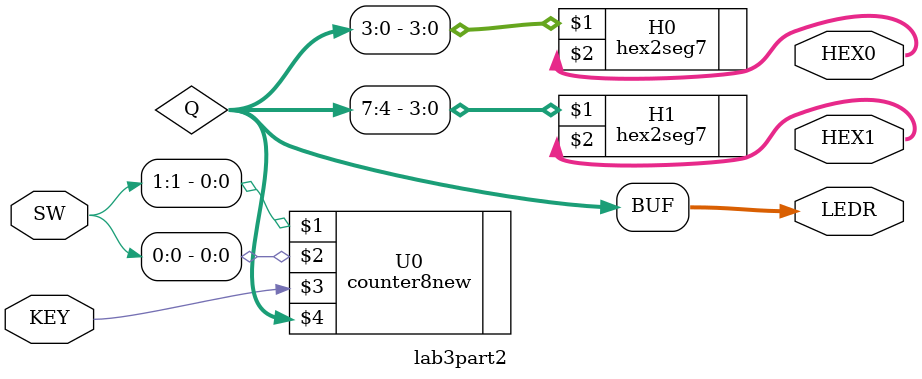
<source format=v>


module lab3part2 (SW, KEY, LEDR, HEX1, HEX0);
    input [1:0] SW; // SW[1] as enable input; SW[0] as async reset
    input [0:0] KEY; // clock
    output [7:0] LEDR; // counter state in binary
    output [6:0] HEX1, HEX0; // counter state in hex

    wire [7:0] Q;

    assign LEDR = Q;

    counter8new U0 (SW[1], SW[0], KEY, Q);

    hex2seg7 H0 (Q[3:0], HEX0);
    hex2seg7 H1 (Q[7:4], HEX1);
endmodule

</source>
